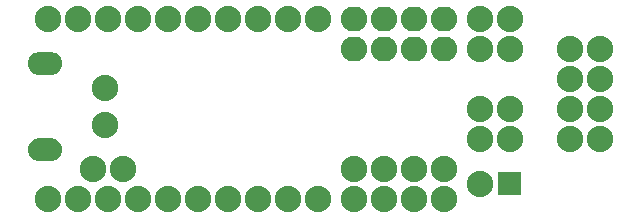
<source format=gbr>
G04 DipTrace 2.4.0.2*
%INBottomMask.gbr*%
%MOIN*%
%ADD33C,0.088*%
%ADD35O,0.088X0.083*%
%ADD39C,0.088*%
%FSLAX44Y44*%
G04*
G70*
G90*
G75*
G01*
%LNBotMask*%
%LPD*%
D39*
X23190Y6940D3*
X22190D3*
X23190Y7940D3*
X22190D3*
X23190Y8940D3*
X22190D3*
X23190Y9940D3*
X22190D3*
X4790Y10940D3*
X5790D3*
X6790D3*
X7790D3*
X8790D3*
X9790D3*
X10790D3*
X11790D3*
X12790D3*
X13790D3*
X4790Y4940D3*
X5790D3*
X6790D3*
X7790D3*
X8790D3*
X9790D3*
X10790D3*
X11790D3*
X12790D3*
X13790D3*
X6690Y8640D3*
Y7380D3*
G36*
X4500Y9822D2*
X4342Y9786D1*
X4211Y9681D1*
X4139Y9531D1*
Y9363D1*
X4211Y9213D1*
X4342Y9109D1*
X4500Y9072D1*
X4903D1*
X5062Y9109D1*
X5192Y9213D1*
X5265Y9363D1*
Y9531D1*
X5192Y9681D1*
X5062Y9786D1*
X4903Y9822D1*
X4500D1*
G37*
G36*
Y6948D2*
X4342Y6912D1*
X4211Y6807D1*
X4139Y6657D1*
Y6489D1*
X4211Y6339D1*
X4342Y6235D1*
X4500Y6198D1*
X4903D1*
X5062Y6235D1*
X5192Y6339D1*
X5265Y6489D1*
Y6657D1*
X5192Y6807D1*
X5062Y6912D1*
X4903Y6948D1*
X4500D1*
G37*
D35*
X14990Y9940D3*
Y10940D3*
X15990Y9940D3*
Y10940D3*
X16990Y9940D3*
Y10940D3*
X17990Y9940D3*
Y10940D3*
G36*
X20580Y5050D2*
X19800D1*
Y5830D1*
X20580D1*
Y5050D1*
G37*
D39*
X19190Y5440D3*
X15000Y4940D3*
Y5940D3*
X16000Y4940D3*
Y5940D3*
X17000Y4940D3*
Y5940D3*
X18000Y4940D3*
Y5940D3*
D33*
X6290D3*
X7290D3*
X19190Y9940D3*
Y10940D3*
X20190Y9940D3*
Y10940D3*
X19190Y6940D3*
Y7940D3*
X20190Y6940D3*
Y7940D3*
M02*

</source>
